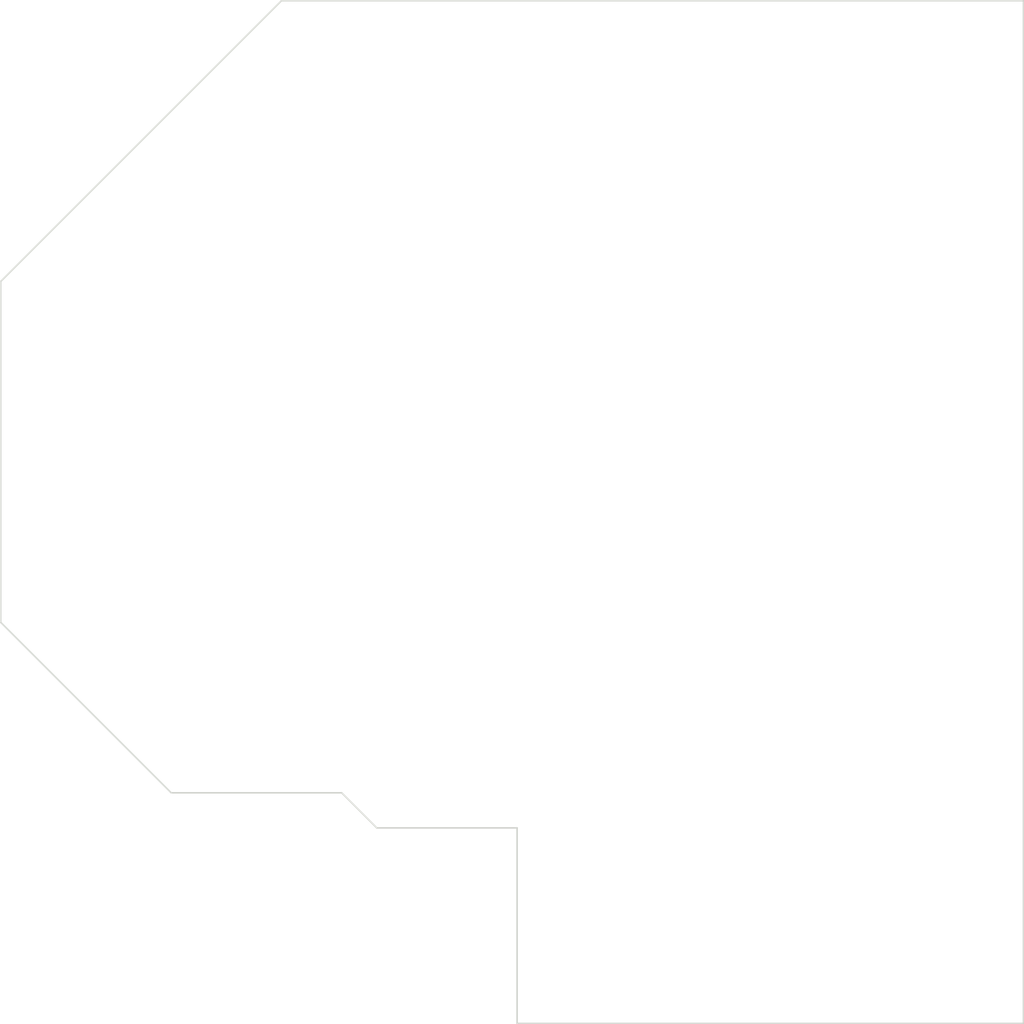
<source format=kicad_pcb>
(kicad_pcb (version 20241229) (generator "pcbnew") (generator_version "9.0")
  (layers (0 "F.Cu" signal) (2 "B.Cu" signal) (13 "F.Paste" user) (15 "B.Paste" user) (5 "F.SilkS" user "F.Silkscreen") (7 "B.SilkS" user "B.Silkscreen") (1 "F.Mask" user) (3 "B.Mask" user) (25 "Edge.Cuts" user))
  (net 0 "")
  (footprint "ceoloide:mounting_hole_npth" (layer "F.Cu") (at 42.25 16)
    (property "Reference" "MH18" (hide yes))
    (property "Value" "")
    (pad "" np_thru_hole circle (at 0 0) (size 3.2 3.2) (drill 3.2) (layers "*.Cu" "*.Mask"))
  )
  (footprint "ceoloide:mounting_hole_npth" (layer "F.Cu") (at 21.5 80.5)
    (property "Reference" "MH15" (hide yes))
    (property "Value" "")
    (pad "" np_thru_hole circle (at 0 0) (size 3.2 3.2) (drill 3.2) (layers "*.Cu" "*.Mask"))
  )
  (footprint "ceoloide:mounting_hole_npth" (layer "F.Cu") (at 112.5 16)
    (property "Reference" "MH14" (hide yes))
    (property "Value" "")
    (pad "" np_thru_hole circle (at 0 0) (size 3.2 3.2) (drill 3.2) (layers "*.Cu" "*.Mask"))
  )
  (footprint "ceoloide:mounting_hole_npth" (layer "F.Cu") (at 50 93)
    (property "Reference" "MH13" (hide yes))
    (property "Value" "")
    (pad "" np_thru_hole circle (at 0 0) (size 2.2 2.2) (drill 2.2) (layers "*.Cu" "*.Mask"))
  )
  (footprint "ceoloide:mounting_hole_npth" (layer "F.Cu") (at 21.5 36.5)
    (property "Reference" "MH16" (hide yes))
    (property "Value" "")
    (pad "" np_thru_hole circle (at 0 0) (size 3.2 3.2) (drill 3.2) (layers "*.Cu" "*.Mask"))
  )
  (footprint "ceoloide:mounting_hole_npth" (layer "F.Cu") (at 66 113)
    (property "Reference" "MH4" (hide yes))
    (property "Value" "")
    (pad "" np_thru_hole circle (at 0 0) (size 2.2 2.2) (drill 2.2) (layers "*.Cu" "*.Mask"))
  )
  (footprint "ceoloide:mounting_hole_npth" (layer "F.Cu") (at 112.5 113)
    (property "Reference" "MH17" (hide yes))
    (property "Value" "")
    (pad "" np_thru_hole circle (at 0 0) (size 3.2 3.2) (drill 3.2) (layers "*.Cu" "*.Mask"))
  )
  (footprint "ceoloide:mounting_hole_npth" (layer "F.Cu") (at 66 97)
    (property "Reference" "MH3" (hide yes))
    (property "Value" "")
    (pad "" np_thru_hole circle (at 0 0) (size 2.2 2.2) (drill 2.2) (layers "*.Cu" "*.Mask"))
  )
  (gr_line (start 50.5 96) (end 64.5 96) (stroke (width 0.15)) (layer "Edge.Cuts"))
  (gr_line (start 115 115.5) (end 64.5 115.5) (stroke (width 0.15)) (layer "Edge.Cuts"))
  (gr_line (start 64.5 115.5) (end 64.5 96) (stroke (width 0.15)) (layer "Edge.Cuts"))
  (gr_line (start 50.5 96) (end 47 92.5) (stroke (width 0.15)) (layer "Edge.Cuts"))
  (gr_line (start 47 92.5) (end 30 92.5) (stroke (width 0.15)) (layer "Edge.Cuts"))
  (gr_line (start 13 75.5) (end 13 41.5) (stroke (width 0.15)) (layer "Edge.Cuts"))
  (gr_line (start 41 13.5) (end 115 13.5) (stroke (width 0.15)) (layer "Edge.Cuts"))
  (gr_line (start 13 41.5) (end 41 13.5) (stroke (width 0.15)) (layer "Edge.Cuts"))
  (gr_line (start 30 92.5) (end 13 75.5) (stroke (width 0.15)) (layer "Edge.Cuts"))
  (gr_line (start 115 115.5) (end 115 13.5) (stroke (width 0.15)) (layer "Edge.Cuts"))
)
</source>
